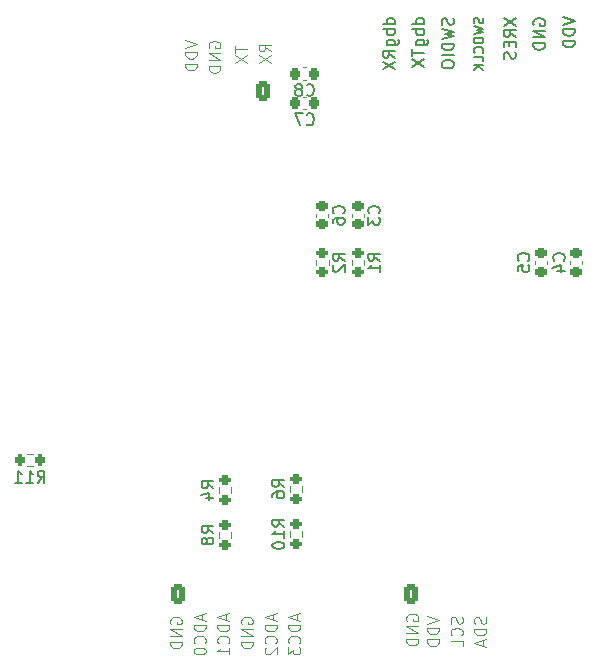
<source format=gbr>
%TF.GenerationSoftware,KiCad,Pcbnew,8.0.5*%
%TF.CreationDate,2024-11-08T11:27:06-05:00*%
%TF.ProjectId,psocpcb,70736f63-7063-4622-9e6b-696361645f70,rev?*%
%TF.SameCoordinates,Original*%
%TF.FileFunction,Legend,Bot*%
%TF.FilePolarity,Positive*%
%FSLAX46Y46*%
G04 Gerber Fmt 4.6, Leading zero omitted, Abs format (unit mm)*
G04 Created by KiCad (PCBNEW 8.0.5) date 2024-11-08 11:27:06*
%MOMM*%
%LPD*%
G01*
G04 APERTURE LIST*
G04 Aperture macros list*
%AMRoundRect*
0 Rectangle with rounded corners*
0 $1 Rounding radius*
0 $2 $3 $4 $5 $6 $7 $8 $9 X,Y pos of 4 corners*
0 Add a 4 corners polygon primitive as box body*
4,1,4,$2,$3,$4,$5,$6,$7,$8,$9,$2,$3,0*
0 Add four circle primitives for the rounded corners*
1,1,$1+$1,$2,$3*
1,1,$1+$1,$4,$5*
1,1,$1+$1,$6,$7*
1,1,$1+$1,$8,$9*
0 Add four rect primitives between the rounded corners*
20,1,$1+$1,$2,$3,$4,$5,0*
20,1,$1+$1,$4,$5,$6,$7,0*
20,1,$1+$1,$6,$7,$8,$9,0*
20,1,$1+$1,$8,$9,$2,$3,0*%
G04 Aperture macros list end*
%ADD10C,0.100000*%
%ADD11C,0.200000*%
%ADD12C,0.150000*%
%ADD13C,0.120000*%
%ADD14C,3.100000*%
%ADD15C,5.400000*%
%ADD16R,1.700000X1.700000*%
%ADD17O,1.700000X1.700000*%
%ADD18RoundRect,0.250000X-0.350000X-0.625000X0.350000X-0.625000X0.350000X0.625000X-0.350000X0.625000X0*%
%ADD19O,1.200000X1.750000*%
%ADD20RoundRect,0.250000X0.350000X0.625000X-0.350000X0.625000X-0.350000X-0.625000X0.350000X-0.625000X0*%
%ADD21RoundRect,0.225000X0.250000X-0.225000X0.250000X0.225000X-0.250000X0.225000X-0.250000X-0.225000X0*%
%ADD22RoundRect,0.225000X-0.225000X-0.250000X0.225000X-0.250000X0.225000X0.250000X-0.225000X0.250000X0*%
%ADD23RoundRect,0.200000X0.275000X-0.200000X0.275000X0.200000X-0.275000X0.200000X-0.275000X-0.200000X0*%
%ADD24RoundRect,0.225000X-0.250000X0.225000X-0.250000X-0.225000X0.250000X-0.225000X0.250000X0.225000X0*%
%ADD25RoundRect,0.200000X-0.200000X-0.275000X0.200000X-0.275000X0.200000X0.275000X-0.200000X0.275000X0*%
%ADD26RoundRect,0.200000X-0.275000X0.200000X-0.275000X-0.200000X0.275000X-0.200000X0.275000X0.200000X0*%
G04 APERTURE END LIST*
D10*
X119372419Y-35161027D02*
X120372419Y-35494360D01*
X120372419Y-35494360D02*
X119372419Y-35827693D01*
X120372419Y-36161027D02*
X119372419Y-36161027D01*
X119372419Y-36161027D02*
X119372419Y-36399122D01*
X119372419Y-36399122D02*
X119420038Y-36541979D01*
X119420038Y-36541979D02*
X119515276Y-36637217D01*
X119515276Y-36637217D02*
X119610514Y-36684836D01*
X119610514Y-36684836D02*
X119800990Y-36732455D01*
X119800990Y-36732455D02*
X119943847Y-36732455D01*
X119943847Y-36732455D02*
X120134323Y-36684836D01*
X120134323Y-36684836D02*
X120229561Y-36637217D01*
X120229561Y-36637217D02*
X120324800Y-36541979D01*
X120324800Y-36541979D02*
X120372419Y-36399122D01*
X120372419Y-36399122D02*
X120372419Y-36161027D01*
X120372419Y-37161027D02*
X119372419Y-37161027D01*
X119372419Y-37161027D02*
X119372419Y-37399122D01*
X119372419Y-37399122D02*
X119420038Y-37541979D01*
X119420038Y-37541979D02*
X119515276Y-37637217D01*
X119515276Y-37637217D02*
X119610514Y-37684836D01*
X119610514Y-37684836D02*
X119800990Y-37732455D01*
X119800990Y-37732455D02*
X119943847Y-37732455D01*
X119943847Y-37732455D02*
X120134323Y-37684836D01*
X120134323Y-37684836D02*
X120229561Y-37637217D01*
X120229561Y-37637217D02*
X120324800Y-37541979D01*
X120324800Y-37541979D02*
X120372419Y-37399122D01*
X120372419Y-37399122D02*
X120372419Y-37161027D01*
D11*
X148914838Y-33893482D02*
X148867219Y-33798244D01*
X148867219Y-33798244D02*
X148867219Y-33655387D01*
X148867219Y-33655387D02*
X148914838Y-33512530D01*
X148914838Y-33512530D02*
X149010076Y-33417292D01*
X149010076Y-33417292D02*
X149105314Y-33369673D01*
X149105314Y-33369673D02*
X149295790Y-33322054D01*
X149295790Y-33322054D02*
X149438647Y-33322054D01*
X149438647Y-33322054D02*
X149629123Y-33369673D01*
X149629123Y-33369673D02*
X149724361Y-33417292D01*
X149724361Y-33417292D02*
X149819600Y-33512530D01*
X149819600Y-33512530D02*
X149867219Y-33655387D01*
X149867219Y-33655387D02*
X149867219Y-33750625D01*
X149867219Y-33750625D02*
X149819600Y-33893482D01*
X149819600Y-33893482D02*
X149771980Y-33941101D01*
X149771980Y-33941101D02*
X149438647Y-33941101D01*
X149438647Y-33941101D02*
X149438647Y-33750625D01*
X149867219Y-34369673D02*
X148867219Y-34369673D01*
X148867219Y-34369673D02*
X149867219Y-34941101D01*
X149867219Y-34941101D02*
X148867219Y-34941101D01*
X149867219Y-35417292D02*
X148867219Y-35417292D01*
X148867219Y-35417292D02*
X148867219Y-35655387D01*
X148867219Y-35655387D02*
X148914838Y-35798244D01*
X148914838Y-35798244D02*
X149010076Y-35893482D01*
X149010076Y-35893482D02*
X149105314Y-35941101D01*
X149105314Y-35941101D02*
X149295790Y-35988720D01*
X149295790Y-35988720D02*
X149438647Y-35988720D01*
X149438647Y-35988720D02*
X149629123Y-35941101D01*
X149629123Y-35941101D02*
X149724361Y-35893482D01*
X149724361Y-35893482D02*
X149819600Y-35798244D01*
X149819600Y-35798244D02*
X149867219Y-35655387D01*
X149867219Y-35655387D02*
X149867219Y-35417292D01*
D10*
X118170038Y-84577693D02*
X118122419Y-84482455D01*
X118122419Y-84482455D02*
X118122419Y-84339598D01*
X118122419Y-84339598D02*
X118170038Y-84196741D01*
X118170038Y-84196741D02*
X118265276Y-84101503D01*
X118265276Y-84101503D02*
X118360514Y-84053884D01*
X118360514Y-84053884D02*
X118550990Y-84006265D01*
X118550990Y-84006265D02*
X118693847Y-84006265D01*
X118693847Y-84006265D02*
X118884323Y-84053884D01*
X118884323Y-84053884D02*
X118979561Y-84101503D01*
X118979561Y-84101503D02*
X119074800Y-84196741D01*
X119074800Y-84196741D02*
X119122419Y-84339598D01*
X119122419Y-84339598D02*
X119122419Y-84434836D01*
X119122419Y-84434836D02*
X119074800Y-84577693D01*
X119074800Y-84577693D02*
X119027180Y-84625312D01*
X119027180Y-84625312D02*
X118693847Y-84625312D01*
X118693847Y-84625312D02*
X118693847Y-84434836D01*
X119122419Y-85053884D02*
X118122419Y-85053884D01*
X118122419Y-85053884D02*
X119122419Y-85625312D01*
X119122419Y-85625312D02*
X118122419Y-85625312D01*
X119122419Y-86101503D02*
X118122419Y-86101503D01*
X118122419Y-86101503D02*
X118122419Y-86339598D01*
X118122419Y-86339598D02*
X118170038Y-86482455D01*
X118170038Y-86482455D02*
X118265276Y-86577693D01*
X118265276Y-86577693D02*
X118360514Y-86625312D01*
X118360514Y-86625312D02*
X118550990Y-86672931D01*
X118550990Y-86672931D02*
X118693847Y-86672931D01*
X118693847Y-86672931D02*
X118884323Y-86625312D01*
X118884323Y-86625312D02*
X118979561Y-86577693D01*
X118979561Y-86577693D02*
X119074800Y-86482455D01*
X119074800Y-86482455D02*
X119122419Y-86339598D01*
X119122419Y-86339598D02*
X119122419Y-86101503D01*
X142824800Y-84006265D02*
X142872419Y-84149122D01*
X142872419Y-84149122D02*
X142872419Y-84387217D01*
X142872419Y-84387217D02*
X142824800Y-84482455D01*
X142824800Y-84482455D02*
X142777180Y-84530074D01*
X142777180Y-84530074D02*
X142681942Y-84577693D01*
X142681942Y-84577693D02*
X142586704Y-84577693D01*
X142586704Y-84577693D02*
X142491466Y-84530074D01*
X142491466Y-84530074D02*
X142443847Y-84482455D01*
X142443847Y-84482455D02*
X142396228Y-84387217D01*
X142396228Y-84387217D02*
X142348609Y-84196741D01*
X142348609Y-84196741D02*
X142300990Y-84101503D01*
X142300990Y-84101503D02*
X142253371Y-84053884D01*
X142253371Y-84053884D02*
X142158133Y-84006265D01*
X142158133Y-84006265D02*
X142062895Y-84006265D01*
X142062895Y-84006265D02*
X141967657Y-84053884D01*
X141967657Y-84053884D02*
X141920038Y-84101503D01*
X141920038Y-84101503D02*
X141872419Y-84196741D01*
X141872419Y-84196741D02*
X141872419Y-84434836D01*
X141872419Y-84434836D02*
X141920038Y-84577693D01*
X142777180Y-85577693D02*
X142824800Y-85530074D01*
X142824800Y-85530074D02*
X142872419Y-85387217D01*
X142872419Y-85387217D02*
X142872419Y-85291979D01*
X142872419Y-85291979D02*
X142824800Y-85149122D01*
X142824800Y-85149122D02*
X142729561Y-85053884D01*
X142729561Y-85053884D02*
X142634323Y-85006265D01*
X142634323Y-85006265D02*
X142443847Y-84958646D01*
X142443847Y-84958646D02*
X142300990Y-84958646D01*
X142300990Y-84958646D02*
X142110514Y-85006265D01*
X142110514Y-85006265D02*
X142015276Y-85053884D01*
X142015276Y-85053884D02*
X141920038Y-85149122D01*
X141920038Y-85149122D02*
X141872419Y-85291979D01*
X141872419Y-85291979D02*
X141872419Y-85387217D01*
X141872419Y-85387217D02*
X141920038Y-85530074D01*
X141920038Y-85530074D02*
X141967657Y-85577693D01*
X142872419Y-86482455D02*
X142872419Y-86006265D01*
X142872419Y-86006265D02*
X141872419Y-86006265D01*
D11*
X151367219Y-33226816D02*
X152367219Y-33560149D01*
X152367219Y-33560149D02*
X151367219Y-33893482D01*
X152367219Y-34226816D02*
X151367219Y-34226816D01*
X151367219Y-34226816D02*
X151367219Y-34464911D01*
X151367219Y-34464911D02*
X151414838Y-34607768D01*
X151414838Y-34607768D02*
X151510076Y-34703006D01*
X151510076Y-34703006D02*
X151605314Y-34750625D01*
X151605314Y-34750625D02*
X151795790Y-34798244D01*
X151795790Y-34798244D02*
X151938647Y-34798244D01*
X151938647Y-34798244D02*
X152129123Y-34750625D01*
X152129123Y-34750625D02*
X152224361Y-34703006D01*
X152224361Y-34703006D02*
X152319600Y-34607768D01*
X152319600Y-34607768D02*
X152367219Y-34464911D01*
X152367219Y-34464911D02*
X152367219Y-34226816D01*
X152367219Y-35226816D02*
X151367219Y-35226816D01*
X151367219Y-35226816D02*
X151367219Y-35464911D01*
X151367219Y-35464911D02*
X151414838Y-35607768D01*
X151414838Y-35607768D02*
X151510076Y-35703006D01*
X151510076Y-35703006D02*
X151605314Y-35750625D01*
X151605314Y-35750625D02*
X151795790Y-35798244D01*
X151795790Y-35798244D02*
X151938647Y-35798244D01*
X151938647Y-35798244D02*
X152129123Y-35750625D01*
X152129123Y-35750625D02*
X152224361Y-35703006D01*
X152224361Y-35703006D02*
X152319600Y-35607768D01*
X152319600Y-35607768D02*
X152367219Y-35464911D01*
X152367219Y-35464911D02*
X152367219Y-35226816D01*
X139617219Y-33798244D02*
X138617219Y-33798244D01*
X139569600Y-33798244D02*
X139617219Y-33703006D01*
X139617219Y-33703006D02*
X139617219Y-33512530D01*
X139617219Y-33512530D02*
X139569600Y-33417292D01*
X139569600Y-33417292D02*
X139521980Y-33369673D01*
X139521980Y-33369673D02*
X139426742Y-33322054D01*
X139426742Y-33322054D02*
X139141028Y-33322054D01*
X139141028Y-33322054D02*
X139045790Y-33369673D01*
X139045790Y-33369673D02*
X138998171Y-33417292D01*
X138998171Y-33417292D02*
X138950552Y-33512530D01*
X138950552Y-33512530D02*
X138950552Y-33703006D01*
X138950552Y-33703006D02*
X138998171Y-33798244D01*
X139617219Y-34274435D02*
X138617219Y-34274435D01*
X138998171Y-34274435D02*
X138950552Y-34369673D01*
X138950552Y-34369673D02*
X138950552Y-34560149D01*
X138950552Y-34560149D02*
X138998171Y-34655387D01*
X138998171Y-34655387D02*
X139045790Y-34703006D01*
X139045790Y-34703006D02*
X139141028Y-34750625D01*
X139141028Y-34750625D02*
X139426742Y-34750625D01*
X139426742Y-34750625D02*
X139521980Y-34703006D01*
X139521980Y-34703006D02*
X139569600Y-34655387D01*
X139569600Y-34655387D02*
X139617219Y-34560149D01*
X139617219Y-34560149D02*
X139617219Y-34369673D01*
X139617219Y-34369673D02*
X139569600Y-34274435D01*
X138950552Y-35607768D02*
X139760076Y-35607768D01*
X139760076Y-35607768D02*
X139855314Y-35560149D01*
X139855314Y-35560149D02*
X139902933Y-35512530D01*
X139902933Y-35512530D02*
X139950552Y-35417292D01*
X139950552Y-35417292D02*
X139950552Y-35274435D01*
X139950552Y-35274435D02*
X139902933Y-35179197D01*
X139569600Y-35607768D02*
X139617219Y-35512530D01*
X139617219Y-35512530D02*
X139617219Y-35322054D01*
X139617219Y-35322054D02*
X139569600Y-35226816D01*
X139569600Y-35226816D02*
X139521980Y-35179197D01*
X139521980Y-35179197D02*
X139426742Y-35131578D01*
X139426742Y-35131578D02*
X139141028Y-35131578D01*
X139141028Y-35131578D02*
X139045790Y-35179197D01*
X139045790Y-35179197D02*
X138998171Y-35226816D01*
X138998171Y-35226816D02*
X138950552Y-35322054D01*
X138950552Y-35322054D02*
X138950552Y-35512530D01*
X138950552Y-35512530D02*
X138998171Y-35607768D01*
X138617219Y-35941102D02*
X138617219Y-36512530D01*
X139617219Y-36226816D02*
X138617219Y-36226816D01*
X138617219Y-36750626D02*
X139617219Y-37417292D01*
X138617219Y-37417292D02*
X139617219Y-36750626D01*
X142069600Y-33322054D02*
X142117219Y-33464911D01*
X142117219Y-33464911D02*
X142117219Y-33703006D01*
X142117219Y-33703006D02*
X142069600Y-33798244D01*
X142069600Y-33798244D02*
X142021980Y-33845863D01*
X142021980Y-33845863D02*
X141926742Y-33893482D01*
X141926742Y-33893482D02*
X141831504Y-33893482D01*
X141831504Y-33893482D02*
X141736266Y-33845863D01*
X141736266Y-33845863D02*
X141688647Y-33798244D01*
X141688647Y-33798244D02*
X141641028Y-33703006D01*
X141641028Y-33703006D02*
X141593409Y-33512530D01*
X141593409Y-33512530D02*
X141545790Y-33417292D01*
X141545790Y-33417292D02*
X141498171Y-33369673D01*
X141498171Y-33369673D02*
X141402933Y-33322054D01*
X141402933Y-33322054D02*
X141307695Y-33322054D01*
X141307695Y-33322054D02*
X141212457Y-33369673D01*
X141212457Y-33369673D02*
X141164838Y-33417292D01*
X141164838Y-33417292D02*
X141117219Y-33512530D01*
X141117219Y-33512530D02*
X141117219Y-33750625D01*
X141117219Y-33750625D02*
X141164838Y-33893482D01*
X141117219Y-34226816D02*
X142117219Y-34464911D01*
X142117219Y-34464911D02*
X141402933Y-34655387D01*
X141402933Y-34655387D02*
X142117219Y-34845863D01*
X142117219Y-34845863D02*
X141117219Y-35083959D01*
X142117219Y-35464911D02*
X141117219Y-35464911D01*
X141117219Y-35464911D02*
X141117219Y-35703006D01*
X141117219Y-35703006D02*
X141164838Y-35845863D01*
X141164838Y-35845863D02*
X141260076Y-35941101D01*
X141260076Y-35941101D02*
X141355314Y-35988720D01*
X141355314Y-35988720D02*
X141545790Y-36036339D01*
X141545790Y-36036339D02*
X141688647Y-36036339D01*
X141688647Y-36036339D02*
X141879123Y-35988720D01*
X141879123Y-35988720D02*
X141974361Y-35941101D01*
X141974361Y-35941101D02*
X142069600Y-35845863D01*
X142069600Y-35845863D02*
X142117219Y-35703006D01*
X142117219Y-35703006D02*
X142117219Y-35464911D01*
X142117219Y-36464911D02*
X141117219Y-36464911D01*
X141117219Y-37131577D02*
X141117219Y-37322053D01*
X141117219Y-37322053D02*
X141164838Y-37417291D01*
X141164838Y-37417291D02*
X141260076Y-37512529D01*
X141260076Y-37512529D02*
X141450552Y-37560148D01*
X141450552Y-37560148D02*
X141783885Y-37560148D01*
X141783885Y-37560148D02*
X141974361Y-37512529D01*
X141974361Y-37512529D02*
X142069600Y-37417291D01*
X142069600Y-37417291D02*
X142117219Y-37322053D01*
X142117219Y-37322053D02*
X142117219Y-37131577D01*
X142117219Y-37131577D02*
X142069600Y-37036339D01*
X142069600Y-37036339D02*
X141974361Y-36941101D01*
X141974361Y-36941101D02*
X141783885Y-36893482D01*
X141783885Y-36893482D02*
X141450552Y-36893482D01*
X141450552Y-36893482D02*
X141260076Y-36941101D01*
X141260076Y-36941101D02*
X141164838Y-37036339D01*
X141164838Y-37036339D02*
X141117219Y-37131577D01*
D10*
X123622419Y-35661027D02*
X123622419Y-36232455D01*
X124622419Y-35946741D02*
X123622419Y-35946741D01*
X123622419Y-36470551D02*
X124622419Y-37137217D01*
X123622419Y-37137217D02*
X124622419Y-36470551D01*
X138170038Y-84327693D02*
X138122419Y-84232455D01*
X138122419Y-84232455D02*
X138122419Y-84089598D01*
X138122419Y-84089598D02*
X138170038Y-83946741D01*
X138170038Y-83946741D02*
X138265276Y-83851503D01*
X138265276Y-83851503D02*
X138360514Y-83803884D01*
X138360514Y-83803884D02*
X138550990Y-83756265D01*
X138550990Y-83756265D02*
X138693847Y-83756265D01*
X138693847Y-83756265D02*
X138884323Y-83803884D01*
X138884323Y-83803884D02*
X138979561Y-83851503D01*
X138979561Y-83851503D02*
X139074800Y-83946741D01*
X139074800Y-83946741D02*
X139122419Y-84089598D01*
X139122419Y-84089598D02*
X139122419Y-84184836D01*
X139122419Y-84184836D02*
X139074800Y-84327693D01*
X139074800Y-84327693D02*
X139027180Y-84375312D01*
X139027180Y-84375312D02*
X138693847Y-84375312D01*
X138693847Y-84375312D02*
X138693847Y-84184836D01*
X139122419Y-84803884D02*
X138122419Y-84803884D01*
X138122419Y-84803884D02*
X139122419Y-85375312D01*
X139122419Y-85375312D02*
X138122419Y-85375312D01*
X139122419Y-85851503D02*
X138122419Y-85851503D01*
X138122419Y-85851503D02*
X138122419Y-86089598D01*
X138122419Y-86089598D02*
X138170038Y-86232455D01*
X138170038Y-86232455D02*
X138265276Y-86327693D01*
X138265276Y-86327693D02*
X138360514Y-86375312D01*
X138360514Y-86375312D02*
X138550990Y-86422931D01*
X138550990Y-86422931D02*
X138693847Y-86422931D01*
X138693847Y-86422931D02*
X138884323Y-86375312D01*
X138884323Y-86375312D02*
X138979561Y-86327693D01*
X138979561Y-86327693D02*
X139074800Y-86232455D01*
X139074800Y-86232455D02*
X139122419Y-86089598D01*
X139122419Y-86089598D02*
X139122419Y-85851503D01*
X126836704Y-83756265D02*
X126836704Y-84232455D01*
X127122419Y-83661027D02*
X126122419Y-83994360D01*
X126122419Y-83994360D02*
X127122419Y-84327693D01*
X127122419Y-84661027D02*
X126122419Y-84661027D01*
X126122419Y-84661027D02*
X126122419Y-84899122D01*
X126122419Y-84899122D02*
X126170038Y-85041979D01*
X126170038Y-85041979D02*
X126265276Y-85137217D01*
X126265276Y-85137217D02*
X126360514Y-85184836D01*
X126360514Y-85184836D02*
X126550990Y-85232455D01*
X126550990Y-85232455D02*
X126693847Y-85232455D01*
X126693847Y-85232455D02*
X126884323Y-85184836D01*
X126884323Y-85184836D02*
X126979561Y-85137217D01*
X126979561Y-85137217D02*
X127074800Y-85041979D01*
X127074800Y-85041979D02*
X127122419Y-84899122D01*
X127122419Y-84899122D02*
X127122419Y-84661027D01*
X127027180Y-86232455D02*
X127074800Y-86184836D01*
X127074800Y-86184836D02*
X127122419Y-86041979D01*
X127122419Y-86041979D02*
X127122419Y-85946741D01*
X127122419Y-85946741D02*
X127074800Y-85803884D01*
X127074800Y-85803884D02*
X126979561Y-85708646D01*
X126979561Y-85708646D02*
X126884323Y-85661027D01*
X126884323Y-85661027D02*
X126693847Y-85613408D01*
X126693847Y-85613408D02*
X126550990Y-85613408D01*
X126550990Y-85613408D02*
X126360514Y-85661027D01*
X126360514Y-85661027D02*
X126265276Y-85708646D01*
X126265276Y-85708646D02*
X126170038Y-85803884D01*
X126170038Y-85803884D02*
X126122419Y-85946741D01*
X126122419Y-85946741D02*
X126122419Y-86041979D01*
X126122419Y-86041979D02*
X126170038Y-86184836D01*
X126170038Y-86184836D02*
X126217657Y-86232455D01*
X126217657Y-86613408D02*
X126170038Y-86661027D01*
X126170038Y-86661027D02*
X126122419Y-86756265D01*
X126122419Y-86756265D02*
X126122419Y-86994360D01*
X126122419Y-86994360D02*
X126170038Y-87089598D01*
X126170038Y-87089598D02*
X126217657Y-87137217D01*
X126217657Y-87137217D02*
X126312895Y-87184836D01*
X126312895Y-87184836D02*
X126408133Y-87184836D01*
X126408133Y-87184836D02*
X126550990Y-87137217D01*
X126550990Y-87137217D02*
X127122419Y-86565789D01*
X127122419Y-86565789D02*
X127122419Y-87184836D01*
X144824800Y-84006265D02*
X144872419Y-84149122D01*
X144872419Y-84149122D02*
X144872419Y-84387217D01*
X144872419Y-84387217D02*
X144824800Y-84482455D01*
X144824800Y-84482455D02*
X144777180Y-84530074D01*
X144777180Y-84530074D02*
X144681942Y-84577693D01*
X144681942Y-84577693D02*
X144586704Y-84577693D01*
X144586704Y-84577693D02*
X144491466Y-84530074D01*
X144491466Y-84530074D02*
X144443847Y-84482455D01*
X144443847Y-84482455D02*
X144396228Y-84387217D01*
X144396228Y-84387217D02*
X144348609Y-84196741D01*
X144348609Y-84196741D02*
X144300990Y-84101503D01*
X144300990Y-84101503D02*
X144253371Y-84053884D01*
X144253371Y-84053884D02*
X144158133Y-84006265D01*
X144158133Y-84006265D02*
X144062895Y-84006265D01*
X144062895Y-84006265D02*
X143967657Y-84053884D01*
X143967657Y-84053884D02*
X143920038Y-84101503D01*
X143920038Y-84101503D02*
X143872419Y-84196741D01*
X143872419Y-84196741D02*
X143872419Y-84434836D01*
X143872419Y-84434836D02*
X143920038Y-84577693D01*
X144872419Y-85006265D02*
X143872419Y-85006265D01*
X143872419Y-85006265D02*
X143872419Y-85244360D01*
X143872419Y-85244360D02*
X143920038Y-85387217D01*
X143920038Y-85387217D02*
X144015276Y-85482455D01*
X144015276Y-85482455D02*
X144110514Y-85530074D01*
X144110514Y-85530074D02*
X144300990Y-85577693D01*
X144300990Y-85577693D02*
X144443847Y-85577693D01*
X144443847Y-85577693D02*
X144634323Y-85530074D01*
X144634323Y-85530074D02*
X144729561Y-85482455D01*
X144729561Y-85482455D02*
X144824800Y-85387217D01*
X144824800Y-85387217D02*
X144872419Y-85244360D01*
X144872419Y-85244360D02*
X144872419Y-85006265D01*
X144586704Y-85958646D02*
X144586704Y-86434836D01*
X144872419Y-85863408D02*
X143872419Y-86196741D01*
X143872419Y-86196741D02*
X144872419Y-86530074D01*
X120836704Y-83756265D02*
X120836704Y-84232455D01*
X121122419Y-83661027D02*
X120122419Y-83994360D01*
X120122419Y-83994360D02*
X121122419Y-84327693D01*
X121122419Y-84661027D02*
X120122419Y-84661027D01*
X120122419Y-84661027D02*
X120122419Y-84899122D01*
X120122419Y-84899122D02*
X120170038Y-85041979D01*
X120170038Y-85041979D02*
X120265276Y-85137217D01*
X120265276Y-85137217D02*
X120360514Y-85184836D01*
X120360514Y-85184836D02*
X120550990Y-85232455D01*
X120550990Y-85232455D02*
X120693847Y-85232455D01*
X120693847Y-85232455D02*
X120884323Y-85184836D01*
X120884323Y-85184836D02*
X120979561Y-85137217D01*
X120979561Y-85137217D02*
X121074800Y-85041979D01*
X121074800Y-85041979D02*
X121122419Y-84899122D01*
X121122419Y-84899122D02*
X121122419Y-84661027D01*
X121027180Y-86232455D02*
X121074800Y-86184836D01*
X121074800Y-86184836D02*
X121122419Y-86041979D01*
X121122419Y-86041979D02*
X121122419Y-85946741D01*
X121122419Y-85946741D02*
X121074800Y-85803884D01*
X121074800Y-85803884D02*
X120979561Y-85708646D01*
X120979561Y-85708646D02*
X120884323Y-85661027D01*
X120884323Y-85661027D02*
X120693847Y-85613408D01*
X120693847Y-85613408D02*
X120550990Y-85613408D01*
X120550990Y-85613408D02*
X120360514Y-85661027D01*
X120360514Y-85661027D02*
X120265276Y-85708646D01*
X120265276Y-85708646D02*
X120170038Y-85803884D01*
X120170038Y-85803884D02*
X120122419Y-85946741D01*
X120122419Y-85946741D02*
X120122419Y-86041979D01*
X120122419Y-86041979D02*
X120170038Y-86184836D01*
X120170038Y-86184836D02*
X120217657Y-86232455D01*
X120122419Y-86851503D02*
X120122419Y-86946741D01*
X120122419Y-86946741D02*
X120170038Y-87041979D01*
X120170038Y-87041979D02*
X120217657Y-87089598D01*
X120217657Y-87089598D02*
X120312895Y-87137217D01*
X120312895Y-87137217D02*
X120503371Y-87184836D01*
X120503371Y-87184836D02*
X120741466Y-87184836D01*
X120741466Y-87184836D02*
X120931942Y-87137217D01*
X120931942Y-87137217D02*
X121027180Y-87089598D01*
X121027180Y-87089598D02*
X121074800Y-87041979D01*
X121074800Y-87041979D02*
X121122419Y-86946741D01*
X121122419Y-86946741D02*
X121122419Y-86851503D01*
X121122419Y-86851503D02*
X121074800Y-86756265D01*
X121074800Y-86756265D02*
X121027180Y-86708646D01*
X121027180Y-86708646D02*
X120931942Y-86661027D01*
X120931942Y-86661027D02*
X120741466Y-86613408D01*
X120741466Y-86613408D02*
X120503371Y-86613408D01*
X120503371Y-86613408D02*
X120312895Y-86661027D01*
X120312895Y-86661027D02*
X120217657Y-86708646D01*
X120217657Y-86708646D02*
X120170038Y-86756265D01*
X120170038Y-86756265D02*
X120122419Y-86851503D01*
D11*
X146367219Y-33274435D02*
X147367219Y-33941101D01*
X146367219Y-33941101D02*
X147367219Y-33274435D01*
X147367219Y-34893482D02*
X146891028Y-34560149D01*
X147367219Y-34322054D02*
X146367219Y-34322054D01*
X146367219Y-34322054D02*
X146367219Y-34703006D01*
X146367219Y-34703006D02*
X146414838Y-34798244D01*
X146414838Y-34798244D02*
X146462457Y-34845863D01*
X146462457Y-34845863D02*
X146557695Y-34893482D01*
X146557695Y-34893482D02*
X146700552Y-34893482D01*
X146700552Y-34893482D02*
X146795790Y-34845863D01*
X146795790Y-34845863D02*
X146843409Y-34798244D01*
X146843409Y-34798244D02*
X146891028Y-34703006D01*
X146891028Y-34703006D02*
X146891028Y-34322054D01*
X146843409Y-35322054D02*
X146843409Y-35655387D01*
X147367219Y-35798244D02*
X147367219Y-35322054D01*
X147367219Y-35322054D02*
X146367219Y-35322054D01*
X146367219Y-35322054D02*
X146367219Y-35798244D01*
X147319600Y-36179197D02*
X147367219Y-36322054D01*
X147367219Y-36322054D02*
X147367219Y-36560149D01*
X147367219Y-36560149D02*
X147319600Y-36655387D01*
X147319600Y-36655387D02*
X147271980Y-36703006D01*
X147271980Y-36703006D02*
X147176742Y-36750625D01*
X147176742Y-36750625D02*
X147081504Y-36750625D01*
X147081504Y-36750625D02*
X146986266Y-36703006D01*
X146986266Y-36703006D02*
X146938647Y-36655387D01*
X146938647Y-36655387D02*
X146891028Y-36560149D01*
X146891028Y-36560149D02*
X146843409Y-36369673D01*
X146843409Y-36369673D02*
X146795790Y-36274435D01*
X146795790Y-36274435D02*
X146748171Y-36226816D01*
X146748171Y-36226816D02*
X146652933Y-36179197D01*
X146652933Y-36179197D02*
X146557695Y-36179197D01*
X146557695Y-36179197D02*
X146462457Y-36226816D01*
X146462457Y-36226816D02*
X146414838Y-36274435D01*
X146414838Y-36274435D02*
X146367219Y-36369673D01*
X146367219Y-36369673D02*
X146367219Y-36607768D01*
X146367219Y-36607768D02*
X146414838Y-36750625D01*
X144603600Y-33283958D02*
X144641695Y-33398244D01*
X144641695Y-33398244D02*
X144641695Y-33588720D01*
X144641695Y-33588720D02*
X144603600Y-33664911D01*
X144603600Y-33664911D02*
X144565504Y-33703006D01*
X144565504Y-33703006D02*
X144489314Y-33741101D01*
X144489314Y-33741101D02*
X144413123Y-33741101D01*
X144413123Y-33741101D02*
X144336933Y-33703006D01*
X144336933Y-33703006D02*
X144298838Y-33664911D01*
X144298838Y-33664911D02*
X144260742Y-33588720D01*
X144260742Y-33588720D02*
X144222647Y-33436339D01*
X144222647Y-33436339D02*
X144184552Y-33360149D01*
X144184552Y-33360149D02*
X144146457Y-33322054D01*
X144146457Y-33322054D02*
X144070266Y-33283958D01*
X144070266Y-33283958D02*
X143994076Y-33283958D01*
X143994076Y-33283958D02*
X143917885Y-33322054D01*
X143917885Y-33322054D02*
X143879790Y-33360149D01*
X143879790Y-33360149D02*
X143841695Y-33436339D01*
X143841695Y-33436339D02*
X143841695Y-33626816D01*
X143841695Y-33626816D02*
X143879790Y-33741101D01*
X143841695Y-34007768D02*
X144641695Y-34198244D01*
X144641695Y-34198244D02*
X144070266Y-34350625D01*
X144070266Y-34350625D02*
X144641695Y-34503006D01*
X144641695Y-34503006D02*
X143841695Y-34693483D01*
X144641695Y-34998245D02*
X143841695Y-34998245D01*
X143841695Y-34998245D02*
X143841695Y-35188721D01*
X143841695Y-35188721D02*
X143879790Y-35303007D01*
X143879790Y-35303007D02*
X143955980Y-35379197D01*
X143955980Y-35379197D02*
X144032171Y-35417292D01*
X144032171Y-35417292D02*
X144184552Y-35455388D01*
X144184552Y-35455388D02*
X144298838Y-35455388D01*
X144298838Y-35455388D02*
X144451219Y-35417292D01*
X144451219Y-35417292D02*
X144527409Y-35379197D01*
X144527409Y-35379197D02*
X144603600Y-35303007D01*
X144603600Y-35303007D02*
X144641695Y-35188721D01*
X144641695Y-35188721D02*
X144641695Y-34998245D01*
X144565504Y-36255388D02*
X144603600Y-36217292D01*
X144603600Y-36217292D02*
X144641695Y-36103007D01*
X144641695Y-36103007D02*
X144641695Y-36026816D01*
X144641695Y-36026816D02*
X144603600Y-35912530D01*
X144603600Y-35912530D02*
X144527409Y-35836340D01*
X144527409Y-35836340D02*
X144451219Y-35798245D01*
X144451219Y-35798245D02*
X144298838Y-35760149D01*
X144298838Y-35760149D02*
X144184552Y-35760149D01*
X144184552Y-35760149D02*
X144032171Y-35798245D01*
X144032171Y-35798245D02*
X143955980Y-35836340D01*
X143955980Y-35836340D02*
X143879790Y-35912530D01*
X143879790Y-35912530D02*
X143841695Y-36026816D01*
X143841695Y-36026816D02*
X143841695Y-36103007D01*
X143841695Y-36103007D02*
X143879790Y-36217292D01*
X143879790Y-36217292D02*
X143917885Y-36255388D01*
X144641695Y-36979197D02*
X144641695Y-36598245D01*
X144641695Y-36598245D02*
X143841695Y-36598245D01*
X144641695Y-37245864D02*
X143841695Y-37245864D01*
X144641695Y-37703007D02*
X144184552Y-37360149D01*
X143841695Y-37703007D02*
X144298838Y-37245864D01*
D10*
X128836704Y-83756265D02*
X128836704Y-84232455D01*
X129122419Y-83661027D02*
X128122419Y-83994360D01*
X128122419Y-83994360D02*
X129122419Y-84327693D01*
X129122419Y-84661027D02*
X128122419Y-84661027D01*
X128122419Y-84661027D02*
X128122419Y-84899122D01*
X128122419Y-84899122D02*
X128170038Y-85041979D01*
X128170038Y-85041979D02*
X128265276Y-85137217D01*
X128265276Y-85137217D02*
X128360514Y-85184836D01*
X128360514Y-85184836D02*
X128550990Y-85232455D01*
X128550990Y-85232455D02*
X128693847Y-85232455D01*
X128693847Y-85232455D02*
X128884323Y-85184836D01*
X128884323Y-85184836D02*
X128979561Y-85137217D01*
X128979561Y-85137217D02*
X129074800Y-85041979D01*
X129074800Y-85041979D02*
X129122419Y-84899122D01*
X129122419Y-84899122D02*
X129122419Y-84661027D01*
X129027180Y-86232455D02*
X129074800Y-86184836D01*
X129074800Y-86184836D02*
X129122419Y-86041979D01*
X129122419Y-86041979D02*
X129122419Y-85946741D01*
X129122419Y-85946741D02*
X129074800Y-85803884D01*
X129074800Y-85803884D02*
X128979561Y-85708646D01*
X128979561Y-85708646D02*
X128884323Y-85661027D01*
X128884323Y-85661027D02*
X128693847Y-85613408D01*
X128693847Y-85613408D02*
X128550990Y-85613408D01*
X128550990Y-85613408D02*
X128360514Y-85661027D01*
X128360514Y-85661027D02*
X128265276Y-85708646D01*
X128265276Y-85708646D02*
X128170038Y-85803884D01*
X128170038Y-85803884D02*
X128122419Y-85946741D01*
X128122419Y-85946741D02*
X128122419Y-86041979D01*
X128122419Y-86041979D02*
X128170038Y-86184836D01*
X128170038Y-86184836D02*
X128217657Y-86232455D01*
X128122419Y-86565789D02*
X128122419Y-87184836D01*
X128122419Y-87184836D02*
X128503371Y-86851503D01*
X128503371Y-86851503D02*
X128503371Y-86994360D01*
X128503371Y-86994360D02*
X128550990Y-87089598D01*
X128550990Y-87089598D02*
X128598609Y-87137217D01*
X128598609Y-87137217D02*
X128693847Y-87184836D01*
X128693847Y-87184836D02*
X128931942Y-87184836D01*
X128931942Y-87184836D02*
X129027180Y-87137217D01*
X129027180Y-87137217D02*
X129074800Y-87089598D01*
X129074800Y-87089598D02*
X129122419Y-86994360D01*
X129122419Y-86994360D02*
X129122419Y-86708646D01*
X129122419Y-86708646D02*
X129074800Y-86613408D01*
X129074800Y-86613408D02*
X129027180Y-86565789D01*
X126622419Y-36125312D02*
X126146228Y-35791979D01*
X126622419Y-35553884D02*
X125622419Y-35553884D01*
X125622419Y-35553884D02*
X125622419Y-35934836D01*
X125622419Y-35934836D02*
X125670038Y-36030074D01*
X125670038Y-36030074D02*
X125717657Y-36077693D01*
X125717657Y-36077693D02*
X125812895Y-36125312D01*
X125812895Y-36125312D02*
X125955752Y-36125312D01*
X125955752Y-36125312D02*
X126050990Y-36077693D01*
X126050990Y-36077693D02*
X126098609Y-36030074D01*
X126098609Y-36030074D02*
X126146228Y-35934836D01*
X126146228Y-35934836D02*
X126146228Y-35553884D01*
X125622419Y-36458646D02*
X126622419Y-37125312D01*
X125622419Y-37125312D02*
X126622419Y-36458646D01*
D11*
X137117219Y-33798244D02*
X136117219Y-33798244D01*
X137069600Y-33798244D02*
X137117219Y-33703006D01*
X137117219Y-33703006D02*
X137117219Y-33512530D01*
X137117219Y-33512530D02*
X137069600Y-33417292D01*
X137069600Y-33417292D02*
X137021980Y-33369673D01*
X137021980Y-33369673D02*
X136926742Y-33322054D01*
X136926742Y-33322054D02*
X136641028Y-33322054D01*
X136641028Y-33322054D02*
X136545790Y-33369673D01*
X136545790Y-33369673D02*
X136498171Y-33417292D01*
X136498171Y-33417292D02*
X136450552Y-33512530D01*
X136450552Y-33512530D02*
X136450552Y-33703006D01*
X136450552Y-33703006D02*
X136498171Y-33798244D01*
X137117219Y-34274435D02*
X136117219Y-34274435D01*
X136498171Y-34274435D02*
X136450552Y-34369673D01*
X136450552Y-34369673D02*
X136450552Y-34560149D01*
X136450552Y-34560149D02*
X136498171Y-34655387D01*
X136498171Y-34655387D02*
X136545790Y-34703006D01*
X136545790Y-34703006D02*
X136641028Y-34750625D01*
X136641028Y-34750625D02*
X136926742Y-34750625D01*
X136926742Y-34750625D02*
X137021980Y-34703006D01*
X137021980Y-34703006D02*
X137069600Y-34655387D01*
X137069600Y-34655387D02*
X137117219Y-34560149D01*
X137117219Y-34560149D02*
X137117219Y-34369673D01*
X137117219Y-34369673D02*
X137069600Y-34274435D01*
X136450552Y-35607768D02*
X137260076Y-35607768D01*
X137260076Y-35607768D02*
X137355314Y-35560149D01*
X137355314Y-35560149D02*
X137402933Y-35512530D01*
X137402933Y-35512530D02*
X137450552Y-35417292D01*
X137450552Y-35417292D02*
X137450552Y-35274435D01*
X137450552Y-35274435D02*
X137402933Y-35179197D01*
X137069600Y-35607768D02*
X137117219Y-35512530D01*
X137117219Y-35512530D02*
X137117219Y-35322054D01*
X137117219Y-35322054D02*
X137069600Y-35226816D01*
X137069600Y-35226816D02*
X137021980Y-35179197D01*
X137021980Y-35179197D02*
X136926742Y-35131578D01*
X136926742Y-35131578D02*
X136641028Y-35131578D01*
X136641028Y-35131578D02*
X136545790Y-35179197D01*
X136545790Y-35179197D02*
X136498171Y-35226816D01*
X136498171Y-35226816D02*
X136450552Y-35322054D01*
X136450552Y-35322054D02*
X136450552Y-35512530D01*
X136450552Y-35512530D02*
X136498171Y-35607768D01*
X137117219Y-36655387D02*
X136641028Y-36322054D01*
X137117219Y-36083959D02*
X136117219Y-36083959D01*
X136117219Y-36083959D02*
X136117219Y-36464911D01*
X136117219Y-36464911D02*
X136164838Y-36560149D01*
X136164838Y-36560149D02*
X136212457Y-36607768D01*
X136212457Y-36607768D02*
X136307695Y-36655387D01*
X136307695Y-36655387D02*
X136450552Y-36655387D01*
X136450552Y-36655387D02*
X136545790Y-36607768D01*
X136545790Y-36607768D02*
X136593409Y-36560149D01*
X136593409Y-36560149D02*
X136641028Y-36464911D01*
X136641028Y-36464911D02*
X136641028Y-36083959D01*
X136117219Y-36988721D02*
X137117219Y-37655387D01*
X136117219Y-37655387D02*
X137117219Y-36988721D01*
D10*
X139872419Y-83911027D02*
X140872419Y-84244360D01*
X140872419Y-84244360D02*
X139872419Y-84577693D01*
X140872419Y-84911027D02*
X139872419Y-84911027D01*
X139872419Y-84911027D02*
X139872419Y-85149122D01*
X139872419Y-85149122D02*
X139920038Y-85291979D01*
X139920038Y-85291979D02*
X140015276Y-85387217D01*
X140015276Y-85387217D02*
X140110514Y-85434836D01*
X140110514Y-85434836D02*
X140300990Y-85482455D01*
X140300990Y-85482455D02*
X140443847Y-85482455D01*
X140443847Y-85482455D02*
X140634323Y-85434836D01*
X140634323Y-85434836D02*
X140729561Y-85387217D01*
X140729561Y-85387217D02*
X140824800Y-85291979D01*
X140824800Y-85291979D02*
X140872419Y-85149122D01*
X140872419Y-85149122D02*
X140872419Y-84911027D01*
X140872419Y-85911027D02*
X139872419Y-85911027D01*
X139872419Y-85911027D02*
X139872419Y-86149122D01*
X139872419Y-86149122D02*
X139920038Y-86291979D01*
X139920038Y-86291979D02*
X140015276Y-86387217D01*
X140015276Y-86387217D02*
X140110514Y-86434836D01*
X140110514Y-86434836D02*
X140300990Y-86482455D01*
X140300990Y-86482455D02*
X140443847Y-86482455D01*
X140443847Y-86482455D02*
X140634323Y-86434836D01*
X140634323Y-86434836D02*
X140729561Y-86387217D01*
X140729561Y-86387217D02*
X140824800Y-86291979D01*
X140824800Y-86291979D02*
X140872419Y-86149122D01*
X140872419Y-86149122D02*
X140872419Y-85911027D01*
X122836704Y-83756265D02*
X122836704Y-84232455D01*
X123122419Y-83661027D02*
X122122419Y-83994360D01*
X122122419Y-83994360D02*
X123122419Y-84327693D01*
X123122419Y-84661027D02*
X122122419Y-84661027D01*
X122122419Y-84661027D02*
X122122419Y-84899122D01*
X122122419Y-84899122D02*
X122170038Y-85041979D01*
X122170038Y-85041979D02*
X122265276Y-85137217D01*
X122265276Y-85137217D02*
X122360514Y-85184836D01*
X122360514Y-85184836D02*
X122550990Y-85232455D01*
X122550990Y-85232455D02*
X122693847Y-85232455D01*
X122693847Y-85232455D02*
X122884323Y-85184836D01*
X122884323Y-85184836D02*
X122979561Y-85137217D01*
X122979561Y-85137217D02*
X123074800Y-85041979D01*
X123074800Y-85041979D02*
X123122419Y-84899122D01*
X123122419Y-84899122D02*
X123122419Y-84661027D01*
X123027180Y-86232455D02*
X123074800Y-86184836D01*
X123074800Y-86184836D02*
X123122419Y-86041979D01*
X123122419Y-86041979D02*
X123122419Y-85946741D01*
X123122419Y-85946741D02*
X123074800Y-85803884D01*
X123074800Y-85803884D02*
X122979561Y-85708646D01*
X122979561Y-85708646D02*
X122884323Y-85661027D01*
X122884323Y-85661027D02*
X122693847Y-85613408D01*
X122693847Y-85613408D02*
X122550990Y-85613408D01*
X122550990Y-85613408D02*
X122360514Y-85661027D01*
X122360514Y-85661027D02*
X122265276Y-85708646D01*
X122265276Y-85708646D02*
X122170038Y-85803884D01*
X122170038Y-85803884D02*
X122122419Y-85946741D01*
X122122419Y-85946741D02*
X122122419Y-86041979D01*
X122122419Y-86041979D02*
X122170038Y-86184836D01*
X122170038Y-86184836D02*
X122217657Y-86232455D01*
X123122419Y-87184836D02*
X123122419Y-86613408D01*
X123122419Y-86899122D02*
X122122419Y-86899122D01*
X122122419Y-86899122D02*
X122265276Y-86803884D01*
X122265276Y-86803884D02*
X122360514Y-86708646D01*
X122360514Y-86708646D02*
X122408133Y-86613408D01*
X121420038Y-35827693D02*
X121372419Y-35732455D01*
X121372419Y-35732455D02*
X121372419Y-35589598D01*
X121372419Y-35589598D02*
X121420038Y-35446741D01*
X121420038Y-35446741D02*
X121515276Y-35351503D01*
X121515276Y-35351503D02*
X121610514Y-35303884D01*
X121610514Y-35303884D02*
X121800990Y-35256265D01*
X121800990Y-35256265D02*
X121943847Y-35256265D01*
X121943847Y-35256265D02*
X122134323Y-35303884D01*
X122134323Y-35303884D02*
X122229561Y-35351503D01*
X122229561Y-35351503D02*
X122324800Y-35446741D01*
X122324800Y-35446741D02*
X122372419Y-35589598D01*
X122372419Y-35589598D02*
X122372419Y-35684836D01*
X122372419Y-35684836D02*
X122324800Y-35827693D01*
X122324800Y-35827693D02*
X122277180Y-35875312D01*
X122277180Y-35875312D02*
X121943847Y-35875312D01*
X121943847Y-35875312D02*
X121943847Y-35684836D01*
X122372419Y-36303884D02*
X121372419Y-36303884D01*
X121372419Y-36303884D02*
X122372419Y-36875312D01*
X122372419Y-36875312D02*
X121372419Y-36875312D01*
X122372419Y-37351503D02*
X121372419Y-37351503D01*
X121372419Y-37351503D02*
X121372419Y-37589598D01*
X121372419Y-37589598D02*
X121420038Y-37732455D01*
X121420038Y-37732455D02*
X121515276Y-37827693D01*
X121515276Y-37827693D02*
X121610514Y-37875312D01*
X121610514Y-37875312D02*
X121800990Y-37922931D01*
X121800990Y-37922931D02*
X121943847Y-37922931D01*
X121943847Y-37922931D02*
X122134323Y-37875312D01*
X122134323Y-37875312D02*
X122229561Y-37827693D01*
X122229561Y-37827693D02*
X122324800Y-37732455D01*
X122324800Y-37732455D02*
X122372419Y-37589598D01*
X122372419Y-37589598D02*
X122372419Y-37351503D01*
X124170038Y-84577693D02*
X124122419Y-84482455D01*
X124122419Y-84482455D02*
X124122419Y-84339598D01*
X124122419Y-84339598D02*
X124170038Y-84196741D01*
X124170038Y-84196741D02*
X124265276Y-84101503D01*
X124265276Y-84101503D02*
X124360514Y-84053884D01*
X124360514Y-84053884D02*
X124550990Y-84006265D01*
X124550990Y-84006265D02*
X124693847Y-84006265D01*
X124693847Y-84006265D02*
X124884323Y-84053884D01*
X124884323Y-84053884D02*
X124979561Y-84101503D01*
X124979561Y-84101503D02*
X125074800Y-84196741D01*
X125074800Y-84196741D02*
X125122419Y-84339598D01*
X125122419Y-84339598D02*
X125122419Y-84434836D01*
X125122419Y-84434836D02*
X125074800Y-84577693D01*
X125074800Y-84577693D02*
X125027180Y-84625312D01*
X125027180Y-84625312D02*
X124693847Y-84625312D01*
X124693847Y-84625312D02*
X124693847Y-84434836D01*
X125122419Y-85053884D02*
X124122419Y-85053884D01*
X124122419Y-85053884D02*
X125122419Y-85625312D01*
X125122419Y-85625312D02*
X124122419Y-85625312D01*
X125122419Y-86101503D02*
X124122419Y-86101503D01*
X124122419Y-86101503D02*
X124122419Y-86339598D01*
X124122419Y-86339598D02*
X124170038Y-86482455D01*
X124170038Y-86482455D02*
X124265276Y-86577693D01*
X124265276Y-86577693D02*
X124360514Y-86625312D01*
X124360514Y-86625312D02*
X124550990Y-86672931D01*
X124550990Y-86672931D02*
X124693847Y-86672931D01*
X124693847Y-86672931D02*
X124884323Y-86625312D01*
X124884323Y-86625312D02*
X124979561Y-86577693D01*
X124979561Y-86577693D02*
X125074800Y-86482455D01*
X125074800Y-86482455D02*
X125122419Y-86339598D01*
X125122419Y-86339598D02*
X125122419Y-86101503D01*
D12*
X135789580Y-49833333D02*
X135837200Y-49785714D01*
X135837200Y-49785714D02*
X135884819Y-49642857D01*
X135884819Y-49642857D02*
X135884819Y-49547619D01*
X135884819Y-49547619D02*
X135837200Y-49404762D01*
X135837200Y-49404762D02*
X135741961Y-49309524D01*
X135741961Y-49309524D02*
X135646723Y-49261905D01*
X135646723Y-49261905D02*
X135456247Y-49214286D01*
X135456247Y-49214286D02*
X135313390Y-49214286D01*
X135313390Y-49214286D02*
X135122914Y-49261905D01*
X135122914Y-49261905D02*
X135027676Y-49309524D01*
X135027676Y-49309524D02*
X134932438Y-49404762D01*
X134932438Y-49404762D02*
X134884819Y-49547619D01*
X134884819Y-49547619D02*
X134884819Y-49642857D01*
X134884819Y-49642857D02*
X134932438Y-49785714D01*
X134932438Y-49785714D02*
X134980057Y-49833333D01*
X134884819Y-50166667D02*
X134884819Y-50785714D01*
X134884819Y-50785714D02*
X135265771Y-50452381D01*
X135265771Y-50452381D02*
X135265771Y-50595238D01*
X135265771Y-50595238D02*
X135313390Y-50690476D01*
X135313390Y-50690476D02*
X135361009Y-50738095D01*
X135361009Y-50738095D02*
X135456247Y-50785714D01*
X135456247Y-50785714D02*
X135694342Y-50785714D01*
X135694342Y-50785714D02*
X135789580Y-50738095D01*
X135789580Y-50738095D02*
X135837200Y-50690476D01*
X135837200Y-50690476D02*
X135884819Y-50595238D01*
X135884819Y-50595238D02*
X135884819Y-50309524D01*
X135884819Y-50309524D02*
X135837200Y-50214286D01*
X135837200Y-50214286D02*
X135789580Y-50166667D01*
X129666666Y-42289580D02*
X129714285Y-42337200D01*
X129714285Y-42337200D02*
X129857142Y-42384819D01*
X129857142Y-42384819D02*
X129952380Y-42384819D01*
X129952380Y-42384819D02*
X130095237Y-42337200D01*
X130095237Y-42337200D02*
X130190475Y-42241961D01*
X130190475Y-42241961D02*
X130238094Y-42146723D01*
X130238094Y-42146723D02*
X130285713Y-41956247D01*
X130285713Y-41956247D02*
X130285713Y-41813390D01*
X130285713Y-41813390D02*
X130238094Y-41622914D01*
X130238094Y-41622914D02*
X130190475Y-41527676D01*
X130190475Y-41527676D02*
X130095237Y-41432438D01*
X130095237Y-41432438D02*
X129952380Y-41384819D01*
X129952380Y-41384819D02*
X129857142Y-41384819D01*
X129857142Y-41384819D02*
X129714285Y-41432438D01*
X129714285Y-41432438D02*
X129666666Y-41480057D01*
X129333332Y-41384819D02*
X128666666Y-41384819D01*
X128666666Y-41384819D02*
X129095237Y-42384819D01*
X132884819Y-53833333D02*
X132408628Y-53500000D01*
X132884819Y-53261905D02*
X131884819Y-53261905D01*
X131884819Y-53261905D02*
X131884819Y-53642857D01*
X131884819Y-53642857D02*
X131932438Y-53738095D01*
X131932438Y-53738095D02*
X131980057Y-53785714D01*
X131980057Y-53785714D02*
X132075295Y-53833333D01*
X132075295Y-53833333D02*
X132218152Y-53833333D01*
X132218152Y-53833333D02*
X132313390Y-53785714D01*
X132313390Y-53785714D02*
X132361009Y-53738095D01*
X132361009Y-53738095D02*
X132408628Y-53642857D01*
X132408628Y-53642857D02*
X132408628Y-53261905D01*
X131980057Y-54214286D02*
X131932438Y-54261905D01*
X131932438Y-54261905D02*
X131884819Y-54357143D01*
X131884819Y-54357143D02*
X131884819Y-54595238D01*
X131884819Y-54595238D02*
X131932438Y-54690476D01*
X131932438Y-54690476D02*
X131980057Y-54738095D01*
X131980057Y-54738095D02*
X132075295Y-54785714D01*
X132075295Y-54785714D02*
X132170533Y-54785714D01*
X132170533Y-54785714D02*
X132313390Y-54738095D01*
X132313390Y-54738095D02*
X132884819Y-54166667D01*
X132884819Y-54166667D02*
X132884819Y-54785714D01*
X129666666Y-39789580D02*
X129714285Y-39837200D01*
X129714285Y-39837200D02*
X129857142Y-39884819D01*
X129857142Y-39884819D02*
X129952380Y-39884819D01*
X129952380Y-39884819D02*
X130095237Y-39837200D01*
X130095237Y-39837200D02*
X130190475Y-39741961D01*
X130190475Y-39741961D02*
X130238094Y-39646723D01*
X130238094Y-39646723D02*
X130285713Y-39456247D01*
X130285713Y-39456247D02*
X130285713Y-39313390D01*
X130285713Y-39313390D02*
X130238094Y-39122914D01*
X130238094Y-39122914D02*
X130190475Y-39027676D01*
X130190475Y-39027676D02*
X130095237Y-38932438D01*
X130095237Y-38932438D02*
X129952380Y-38884819D01*
X129952380Y-38884819D02*
X129857142Y-38884819D01*
X129857142Y-38884819D02*
X129714285Y-38932438D01*
X129714285Y-38932438D02*
X129666666Y-38980057D01*
X129095237Y-39313390D02*
X129190475Y-39265771D01*
X129190475Y-39265771D02*
X129238094Y-39218152D01*
X129238094Y-39218152D02*
X129285713Y-39122914D01*
X129285713Y-39122914D02*
X129285713Y-39075295D01*
X129285713Y-39075295D02*
X129238094Y-38980057D01*
X129238094Y-38980057D02*
X129190475Y-38932438D01*
X129190475Y-38932438D02*
X129095237Y-38884819D01*
X129095237Y-38884819D02*
X128904761Y-38884819D01*
X128904761Y-38884819D02*
X128809523Y-38932438D01*
X128809523Y-38932438D02*
X128761904Y-38980057D01*
X128761904Y-38980057D02*
X128714285Y-39075295D01*
X128714285Y-39075295D02*
X128714285Y-39122914D01*
X128714285Y-39122914D02*
X128761904Y-39218152D01*
X128761904Y-39218152D02*
X128809523Y-39265771D01*
X128809523Y-39265771D02*
X128904761Y-39313390D01*
X128904761Y-39313390D02*
X129095237Y-39313390D01*
X129095237Y-39313390D02*
X129190475Y-39361009D01*
X129190475Y-39361009D02*
X129238094Y-39408628D01*
X129238094Y-39408628D02*
X129285713Y-39503866D01*
X129285713Y-39503866D02*
X129285713Y-39694342D01*
X129285713Y-39694342D02*
X129238094Y-39789580D01*
X129238094Y-39789580D02*
X129190475Y-39837200D01*
X129190475Y-39837200D02*
X129095237Y-39884819D01*
X129095237Y-39884819D02*
X128904761Y-39884819D01*
X128904761Y-39884819D02*
X128809523Y-39837200D01*
X128809523Y-39837200D02*
X128761904Y-39789580D01*
X128761904Y-39789580D02*
X128714285Y-39694342D01*
X128714285Y-39694342D02*
X128714285Y-39503866D01*
X128714285Y-39503866D02*
X128761904Y-39408628D01*
X128761904Y-39408628D02*
X128809523Y-39361009D01*
X128809523Y-39361009D02*
X128904761Y-39313390D01*
X148429580Y-53833333D02*
X148477200Y-53785714D01*
X148477200Y-53785714D02*
X148524819Y-53642857D01*
X148524819Y-53642857D02*
X148524819Y-53547619D01*
X148524819Y-53547619D02*
X148477200Y-53404762D01*
X148477200Y-53404762D02*
X148381961Y-53309524D01*
X148381961Y-53309524D02*
X148286723Y-53261905D01*
X148286723Y-53261905D02*
X148096247Y-53214286D01*
X148096247Y-53214286D02*
X147953390Y-53214286D01*
X147953390Y-53214286D02*
X147762914Y-53261905D01*
X147762914Y-53261905D02*
X147667676Y-53309524D01*
X147667676Y-53309524D02*
X147572438Y-53404762D01*
X147572438Y-53404762D02*
X147524819Y-53547619D01*
X147524819Y-53547619D02*
X147524819Y-53642857D01*
X147524819Y-53642857D02*
X147572438Y-53785714D01*
X147572438Y-53785714D02*
X147620057Y-53833333D01*
X147524819Y-54738095D02*
X147524819Y-54261905D01*
X147524819Y-54261905D02*
X148001009Y-54214286D01*
X148001009Y-54214286D02*
X147953390Y-54261905D01*
X147953390Y-54261905D02*
X147905771Y-54357143D01*
X147905771Y-54357143D02*
X147905771Y-54595238D01*
X147905771Y-54595238D02*
X147953390Y-54690476D01*
X147953390Y-54690476D02*
X148001009Y-54738095D01*
X148001009Y-54738095D02*
X148096247Y-54785714D01*
X148096247Y-54785714D02*
X148334342Y-54785714D01*
X148334342Y-54785714D02*
X148429580Y-54738095D01*
X148429580Y-54738095D02*
X148477200Y-54690476D01*
X148477200Y-54690476D02*
X148524819Y-54595238D01*
X148524819Y-54595238D02*
X148524819Y-54357143D01*
X148524819Y-54357143D02*
X148477200Y-54261905D01*
X148477200Y-54261905D02*
X148429580Y-54214286D01*
X106892857Y-72634819D02*
X107226190Y-72158628D01*
X107464285Y-72634819D02*
X107464285Y-71634819D01*
X107464285Y-71634819D02*
X107083333Y-71634819D01*
X107083333Y-71634819D02*
X106988095Y-71682438D01*
X106988095Y-71682438D02*
X106940476Y-71730057D01*
X106940476Y-71730057D02*
X106892857Y-71825295D01*
X106892857Y-71825295D02*
X106892857Y-71968152D01*
X106892857Y-71968152D02*
X106940476Y-72063390D01*
X106940476Y-72063390D02*
X106988095Y-72111009D01*
X106988095Y-72111009D02*
X107083333Y-72158628D01*
X107083333Y-72158628D02*
X107464285Y-72158628D01*
X105940476Y-72634819D02*
X106511904Y-72634819D01*
X106226190Y-72634819D02*
X106226190Y-71634819D01*
X106226190Y-71634819D02*
X106321428Y-71777676D01*
X106321428Y-71777676D02*
X106416666Y-71872914D01*
X106416666Y-71872914D02*
X106511904Y-71920533D01*
X104988095Y-72634819D02*
X105559523Y-72634819D01*
X105273809Y-72634819D02*
X105273809Y-71634819D01*
X105273809Y-71634819D02*
X105369047Y-71777676D01*
X105369047Y-71777676D02*
X105464285Y-71872914D01*
X105464285Y-71872914D02*
X105559523Y-71920533D01*
X127774819Y-76357142D02*
X127298628Y-76023809D01*
X127774819Y-75785714D02*
X126774819Y-75785714D01*
X126774819Y-75785714D02*
X126774819Y-76166666D01*
X126774819Y-76166666D02*
X126822438Y-76261904D01*
X126822438Y-76261904D02*
X126870057Y-76309523D01*
X126870057Y-76309523D02*
X126965295Y-76357142D01*
X126965295Y-76357142D02*
X127108152Y-76357142D01*
X127108152Y-76357142D02*
X127203390Y-76309523D01*
X127203390Y-76309523D02*
X127251009Y-76261904D01*
X127251009Y-76261904D02*
X127298628Y-76166666D01*
X127298628Y-76166666D02*
X127298628Y-75785714D01*
X127774819Y-77309523D02*
X127774819Y-76738095D01*
X127774819Y-77023809D02*
X126774819Y-77023809D01*
X126774819Y-77023809D02*
X126917676Y-76928571D01*
X126917676Y-76928571D02*
X127012914Y-76833333D01*
X127012914Y-76833333D02*
X127060533Y-76738095D01*
X126774819Y-77928571D02*
X126774819Y-78023809D01*
X126774819Y-78023809D02*
X126822438Y-78119047D01*
X126822438Y-78119047D02*
X126870057Y-78166666D01*
X126870057Y-78166666D02*
X126965295Y-78214285D01*
X126965295Y-78214285D02*
X127155771Y-78261904D01*
X127155771Y-78261904D02*
X127393866Y-78261904D01*
X127393866Y-78261904D02*
X127584342Y-78214285D01*
X127584342Y-78214285D02*
X127679580Y-78166666D01*
X127679580Y-78166666D02*
X127727200Y-78119047D01*
X127727200Y-78119047D02*
X127774819Y-78023809D01*
X127774819Y-78023809D02*
X127774819Y-77928571D01*
X127774819Y-77928571D02*
X127727200Y-77833333D01*
X127727200Y-77833333D02*
X127679580Y-77785714D01*
X127679580Y-77785714D02*
X127584342Y-77738095D01*
X127584342Y-77738095D02*
X127393866Y-77690476D01*
X127393866Y-77690476D02*
X127155771Y-77690476D01*
X127155771Y-77690476D02*
X126965295Y-77738095D01*
X126965295Y-77738095D02*
X126870057Y-77785714D01*
X126870057Y-77785714D02*
X126822438Y-77833333D01*
X126822438Y-77833333D02*
X126774819Y-77928571D01*
X121774819Y-76908333D02*
X121298628Y-76575000D01*
X121774819Y-76336905D02*
X120774819Y-76336905D01*
X120774819Y-76336905D02*
X120774819Y-76717857D01*
X120774819Y-76717857D02*
X120822438Y-76813095D01*
X120822438Y-76813095D02*
X120870057Y-76860714D01*
X120870057Y-76860714D02*
X120965295Y-76908333D01*
X120965295Y-76908333D02*
X121108152Y-76908333D01*
X121108152Y-76908333D02*
X121203390Y-76860714D01*
X121203390Y-76860714D02*
X121251009Y-76813095D01*
X121251009Y-76813095D02*
X121298628Y-76717857D01*
X121298628Y-76717857D02*
X121298628Y-76336905D01*
X121203390Y-77479762D02*
X121155771Y-77384524D01*
X121155771Y-77384524D02*
X121108152Y-77336905D01*
X121108152Y-77336905D02*
X121012914Y-77289286D01*
X121012914Y-77289286D02*
X120965295Y-77289286D01*
X120965295Y-77289286D02*
X120870057Y-77336905D01*
X120870057Y-77336905D02*
X120822438Y-77384524D01*
X120822438Y-77384524D02*
X120774819Y-77479762D01*
X120774819Y-77479762D02*
X120774819Y-77670238D01*
X120774819Y-77670238D02*
X120822438Y-77765476D01*
X120822438Y-77765476D02*
X120870057Y-77813095D01*
X120870057Y-77813095D02*
X120965295Y-77860714D01*
X120965295Y-77860714D02*
X121012914Y-77860714D01*
X121012914Y-77860714D02*
X121108152Y-77813095D01*
X121108152Y-77813095D02*
X121155771Y-77765476D01*
X121155771Y-77765476D02*
X121203390Y-77670238D01*
X121203390Y-77670238D02*
X121203390Y-77479762D01*
X121203390Y-77479762D02*
X121251009Y-77384524D01*
X121251009Y-77384524D02*
X121298628Y-77336905D01*
X121298628Y-77336905D02*
X121393866Y-77289286D01*
X121393866Y-77289286D02*
X121584342Y-77289286D01*
X121584342Y-77289286D02*
X121679580Y-77336905D01*
X121679580Y-77336905D02*
X121727200Y-77384524D01*
X121727200Y-77384524D02*
X121774819Y-77479762D01*
X121774819Y-77479762D02*
X121774819Y-77670238D01*
X121774819Y-77670238D02*
X121727200Y-77765476D01*
X121727200Y-77765476D02*
X121679580Y-77813095D01*
X121679580Y-77813095D02*
X121584342Y-77860714D01*
X121584342Y-77860714D02*
X121393866Y-77860714D01*
X121393866Y-77860714D02*
X121298628Y-77813095D01*
X121298628Y-77813095D02*
X121251009Y-77765476D01*
X121251009Y-77765476D02*
X121203390Y-77670238D01*
X132789580Y-49833333D02*
X132837200Y-49785714D01*
X132837200Y-49785714D02*
X132884819Y-49642857D01*
X132884819Y-49642857D02*
X132884819Y-49547619D01*
X132884819Y-49547619D02*
X132837200Y-49404762D01*
X132837200Y-49404762D02*
X132741961Y-49309524D01*
X132741961Y-49309524D02*
X132646723Y-49261905D01*
X132646723Y-49261905D02*
X132456247Y-49214286D01*
X132456247Y-49214286D02*
X132313390Y-49214286D01*
X132313390Y-49214286D02*
X132122914Y-49261905D01*
X132122914Y-49261905D02*
X132027676Y-49309524D01*
X132027676Y-49309524D02*
X131932438Y-49404762D01*
X131932438Y-49404762D02*
X131884819Y-49547619D01*
X131884819Y-49547619D02*
X131884819Y-49642857D01*
X131884819Y-49642857D02*
X131932438Y-49785714D01*
X131932438Y-49785714D02*
X131980057Y-49833333D01*
X131884819Y-50690476D02*
X131884819Y-50500000D01*
X131884819Y-50500000D02*
X131932438Y-50404762D01*
X131932438Y-50404762D02*
X131980057Y-50357143D01*
X131980057Y-50357143D02*
X132122914Y-50261905D01*
X132122914Y-50261905D02*
X132313390Y-50214286D01*
X132313390Y-50214286D02*
X132694342Y-50214286D01*
X132694342Y-50214286D02*
X132789580Y-50261905D01*
X132789580Y-50261905D02*
X132837200Y-50309524D01*
X132837200Y-50309524D02*
X132884819Y-50404762D01*
X132884819Y-50404762D02*
X132884819Y-50595238D01*
X132884819Y-50595238D02*
X132837200Y-50690476D01*
X132837200Y-50690476D02*
X132789580Y-50738095D01*
X132789580Y-50738095D02*
X132694342Y-50785714D01*
X132694342Y-50785714D02*
X132456247Y-50785714D01*
X132456247Y-50785714D02*
X132361009Y-50738095D01*
X132361009Y-50738095D02*
X132313390Y-50690476D01*
X132313390Y-50690476D02*
X132265771Y-50595238D01*
X132265771Y-50595238D02*
X132265771Y-50404762D01*
X132265771Y-50404762D02*
X132313390Y-50309524D01*
X132313390Y-50309524D02*
X132361009Y-50261905D01*
X132361009Y-50261905D02*
X132456247Y-50214286D01*
X135884819Y-53833333D02*
X135408628Y-53500000D01*
X135884819Y-53261905D02*
X134884819Y-53261905D01*
X134884819Y-53261905D02*
X134884819Y-53642857D01*
X134884819Y-53642857D02*
X134932438Y-53738095D01*
X134932438Y-53738095D02*
X134980057Y-53785714D01*
X134980057Y-53785714D02*
X135075295Y-53833333D01*
X135075295Y-53833333D02*
X135218152Y-53833333D01*
X135218152Y-53833333D02*
X135313390Y-53785714D01*
X135313390Y-53785714D02*
X135361009Y-53738095D01*
X135361009Y-53738095D02*
X135408628Y-53642857D01*
X135408628Y-53642857D02*
X135408628Y-53261905D01*
X135884819Y-54785714D02*
X135884819Y-54214286D01*
X135884819Y-54500000D02*
X134884819Y-54500000D01*
X134884819Y-54500000D02*
X135027676Y-54404762D01*
X135027676Y-54404762D02*
X135122914Y-54309524D01*
X135122914Y-54309524D02*
X135170533Y-54214286D01*
X121774819Y-73108333D02*
X121298628Y-72775000D01*
X121774819Y-72536905D02*
X120774819Y-72536905D01*
X120774819Y-72536905D02*
X120774819Y-72917857D01*
X120774819Y-72917857D02*
X120822438Y-73013095D01*
X120822438Y-73013095D02*
X120870057Y-73060714D01*
X120870057Y-73060714D02*
X120965295Y-73108333D01*
X120965295Y-73108333D02*
X121108152Y-73108333D01*
X121108152Y-73108333D02*
X121203390Y-73060714D01*
X121203390Y-73060714D02*
X121251009Y-73013095D01*
X121251009Y-73013095D02*
X121298628Y-72917857D01*
X121298628Y-72917857D02*
X121298628Y-72536905D01*
X121108152Y-73965476D02*
X121774819Y-73965476D01*
X120727200Y-73727381D02*
X121441485Y-73489286D01*
X121441485Y-73489286D02*
X121441485Y-74108333D01*
X127774819Y-73008333D02*
X127298628Y-72675000D01*
X127774819Y-72436905D02*
X126774819Y-72436905D01*
X126774819Y-72436905D02*
X126774819Y-72817857D01*
X126774819Y-72817857D02*
X126822438Y-72913095D01*
X126822438Y-72913095D02*
X126870057Y-72960714D01*
X126870057Y-72960714D02*
X126965295Y-73008333D01*
X126965295Y-73008333D02*
X127108152Y-73008333D01*
X127108152Y-73008333D02*
X127203390Y-72960714D01*
X127203390Y-72960714D02*
X127251009Y-72913095D01*
X127251009Y-72913095D02*
X127298628Y-72817857D01*
X127298628Y-72817857D02*
X127298628Y-72436905D01*
X126774819Y-73865476D02*
X126774819Y-73675000D01*
X126774819Y-73675000D02*
X126822438Y-73579762D01*
X126822438Y-73579762D02*
X126870057Y-73532143D01*
X126870057Y-73532143D02*
X127012914Y-73436905D01*
X127012914Y-73436905D02*
X127203390Y-73389286D01*
X127203390Y-73389286D02*
X127584342Y-73389286D01*
X127584342Y-73389286D02*
X127679580Y-73436905D01*
X127679580Y-73436905D02*
X127727200Y-73484524D01*
X127727200Y-73484524D02*
X127774819Y-73579762D01*
X127774819Y-73579762D02*
X127774819Y-73770238D01*
X127774819Y-73770238D02*
X127727200Y-73865476D01*
X127727200Y-73865476D02*
X127679580Y-73913095D01*
X127679580Y-73913095D02*
X127584342Y-73960714D01*
X127584342Y-73960714D02*
X127346247Y-73960714D01*
X127346247Y-73960714D02*
X127251009Y-73913095D01*
X127251009Y-73913095D02*
X127203390Y-73865476D01*
X127203390Y-73865476D02*
X127155771Y-73770238D01*
X127155771Y-73770238D02*
X127155771Y-73579762D01*
X127155771Y-73579762D02*
X127203390Y-73484524D01*
X127203390Y-73484524D02*
X127251009Y-73436905D01*
X127251009Y-73436905D02*
X127346247Y-73389286D01*
X151429580Y-53833333D02*
X151477200Y-53785714D01*
X151477200Y-53785714D02*
X151524819Y-53642857D01*
X151524819Y-53642857D02*
X151524819Y-53547619D01*
X151524819Y-53547619D02*
X151477200Y-53404762D01*
X151477200Y-53404762D02*
X151381961Y-53309524D01*
X151381961Y-53309524D02*
X151286723Y-53261905D01*
X151286723Y-53261905D02*
X151096247Y-53214286D01*
X151096247Y-53214286D02*
X150953390Y-53214286D01*
X150953390Y-53214286D02*
X150762914Y-53261905D01*
X150762914Y-53261905D02*
X150667676Y-53309524D01*
X150667676Y-53309524D02*
X150572438Y-53404762D01*
X150572438Y-53404762D02*
X150524819Y-53547619D01*
X150524819Y-53547619D02*
X150524819Y-53642857D01*
X150524819Y-53642857D02*
X150572438Y-53785714D01*
X150572438Y-53785714D02*
X150620057Y-53833333D01*
X150858152Y-54690476D02*
X151524819Y-54690476D01*
X150477200Y-54452381D02*
X151191485Y-54214286D01*
X151191485Y-54214286D02*
X151191485Y-54833333D01*
D13*
%TO.C,C3*%
X133490000Y-49859420D02*
X133490000Y-50140580D01*
X134510000Y-49859420D02*
X134510000Y-50140580D01*
%TO.C,C7*%
X129640580Y-39990000D02*
X129359420Y-39990000D01*
X129640580Y-41010000D02*
X129359420Y-41010000D01*
%TO.C,R2*%
X130477500Y-53762742D02*
X130477500Y-54237258D01*
X131522500Y-53762742D02*
X131522500Y-54237258D01*
%TO.C,C8*%
X129640580Y-37490000D02*
X129359420Y-37490000D01*
X129640580Y-38510000D02*
X129359420Y-38510000D01*
%TO.C,C5*%
X148990000Y-54140580D02*
X148990000Y-53859420D01*
X150010000Y-54140580D02*
X150010000Y-53859420D01*
%TO.C,R11*%
X106487258Y-70227500D02*
X106012742Y-70227500D01*
X106487258Y-71272500D02*
X106012742Y-71272500D01*
%TO.C,R10*%
X128227500Y-77237258D02*
X128227500Y-76762742D01*
X129272500Y-77237258D02*
X129272500Y-76762742D01*
%TO.C,R8*%
X122227500Y-77312258D02*
X122227500Y-76837742D01*
X123272500Y-77312258D02*
X123272500Y-76837742D01*
%TO.C,C6*%
X130490000Y-49859420D02*
X130490000Y-50140580D01*
X131510000Y-49859420D02*
X131510000Y-50140580D01*
%TO.C,R1*%
X133477500Y-53762742D02*
X133477500Y-54237258D01*
X134522500Y-53762742D02*
X134522500Y-54237258D01*
%TO.C,R4*%
X122227500Y-73512258D02*
X122227500Y-73037742D01*
X123272500Y-73512258D02*
X123272500Y-73037742D01*
%TO.C,R6*%
X128227500Y-73412258D02*
X128227500Y-72937742D01*
X129272500Y-73412258D02*
X129272500Y-72937742D01*
%TO.C,C4*%
X151990000Y-54140580D02*
X151990000Y-53859420D01*
X153010000Y-54140580D02*
X153010000Y-53859420D01*
%TD*%
%LPC*%
D14*
%TO.C,H3*%
X107500000Y-85250000D03*
D15*
X107500000Y-85250000D03*
%TD*%
D16*
%TO.C,J4*%
X136750000Y-39250000D03*
D17*
X139290000Y-39250000D03*
X141830000Y-39250000D03*
X144370000Y-39250000D03*
X146910000Y-39250000D03*
X149450000Y-39250000D03*
X151990000Y-39250000D03*
%TD*%
D18*
%TO.C,J7*%
X118750000Y-82050000D03*
D19*
X120750000Y-82050000D03*
X122750000Y-82050000D03*
X124750000Y-82050000D03*
X126750000Y-82050000D03*
X128750000Y-82050000D03*
%TD*%
D14*
%TO.C,H2*%
X165500000Y-36250000D03*
D15*
X165500000Y-36250000D03*
%TD*%
D18*
%TO.C,J5*%
X138500000Y-82050000D03*
D19*
X140500000Y-82050000D03*
X142500000Y-82050000D03*
X144500000Y-82050000D03*
%TD*%
D14*
%TO.C,H4*%
X165500000Y-85250000D03*
D15*
X165500000Y-85250000D03*
%TD*%
D14*
%TO.C,H1*%
X107500000Y-36250000D03*
D15*
X107500000Y-36250000D03*
%TD*%
D20*
%TO.C,J6*%
X126000000Y-39450000D03*
D19*
X124000000Y-39450000D03*
X122000000Y-39450000D03*
X120000000Y-39450000D03*
%TD*%
D21*
%TO.C,C3*%
X134000000Y-50775000D03*
X134000000Y-49225000D03*
%TD*%
D22*
%TO.C,C7*%
X128725000Y-40500000D03*
X130275000Y-40500000D03*
%TD*%
D23*
%TO.C,R2*%
X131000000Y-54825000D03*
X131000000Y-53175000D03*
%TD*%
D22*
%TO.C,C8*%
X128725000Y-38000000D03*
X130275000Y-38000000D03*
%TD*%
D24*
%TO.C,C5*%
X149500000Y-53225000D03*
X149500000Y-54775000D03*
%TD*%
D25*
%TO.C,R11*%
X105425000Y-70750000D03*
X107075000Y-70750000D03*
%TD*%
D26*
%TO.C,R10*%
X128750000Y-76175000D03*
X128750000Y-77825000D03*
%TD*%
%TO.C,R8*%
X122750000Y-76250000D03*
X122750000Y-77900000D03*
%TD*%
D21*
%TO.C,C6*%
X131000000Y-50775000D03*
X131000000Y-49225000D03*
%TD*%
D23*
%TO.C,R1*%
X134000000Y-54825000D03*
X134000000Y-53175000D03*
%TD*%
D26*
%TO.C,R4*%
X122750000Y-72450000D03*
X122750000Y-74100000D03*
%TD*%
%TO.C,R6*%
X128750000Y-72350000D03*
X128750000Y-74000000D03*
%TD*%
D24*
%TO.C,C4*%
X152500000Y-53225000D03*
X152500000Y-54775000D03*
%TD*%
%LPD*%
M02*

</source>
